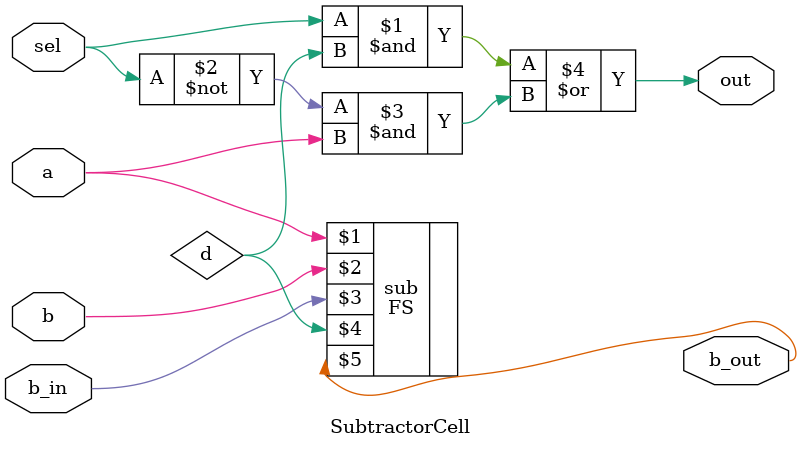
<source format=v>
`timescale 1ns / 1ps
module SubtractorCell(
input a,b,b_in,sel,
output b_out,out
    );

wire d;
FS sub(a,b,b_in,d,b_out);

assign out = (sel & d) | (~sel & a );


endmodule

</source>
